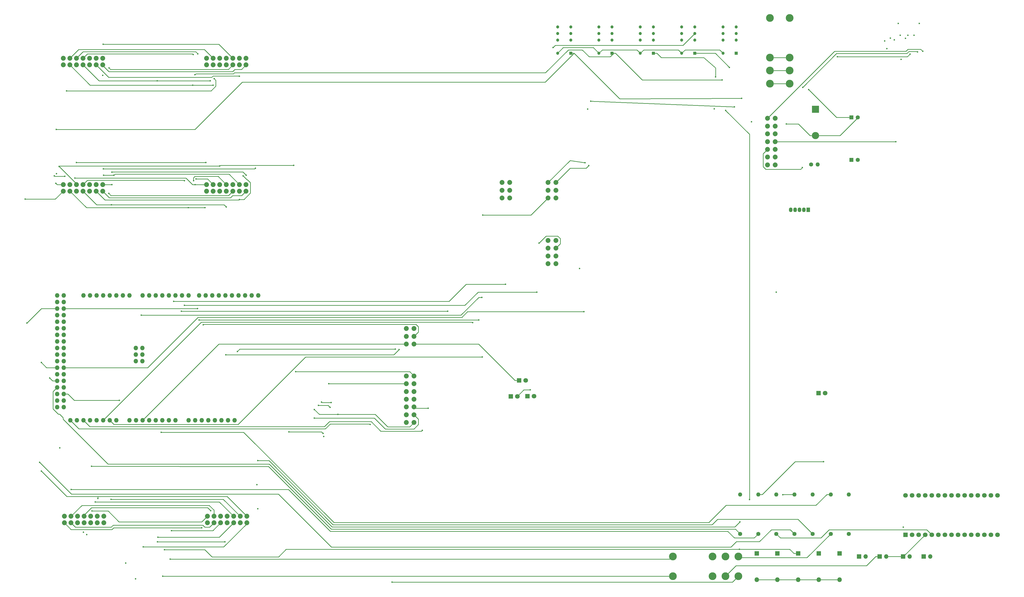
<source format=gbr>
G04 #@! TF.FileFunction,Copper,L3,Inr,Signal*
%FSLAX46Y46*%
G04 Gerber Fmt 4.6, Leading zero omitted, Abs format (unit mm)*
G04 Created by KiCad (PCBNEW 4.0.6) date 03/09/20 07:32:34*
%MOMM*%
%LPD*%
G01*
G04 APERTURE LIST*
%ADD10C,0.100000*%
%ADD11C,1.879600*%
%ADD12R,1.600000X1.600000*%
%ADD13C,1.600000*%
%ADD14R,1.800000X1.800000*%
%ADD15C,1.800000*%
%ADD16O,1.800000X1.800000*%
%ADD17R,2.800000X2.800000*%
%ADD18O,2.800000X2.800000*%
%ADD19R,1.200000X1.200000*%
%ADD20C,1.200000*%
%ADD21R,1.700000X1.700000*%
%ADD22O,1.700000X1.700000*%
%ADD23C,3.000000*%
%ADD24R,1.350000X1.800000*%
%ADD25O,1.350000X1.800000*%
%ADD26O,1.600000X1.600000*%
%ADD27O,1.727200X1.727200*%
%ADD28C,0.600000*%
%ADD29C,0.250000*%
G04 APERTURE END LIST*
D10*
D11*
X133400000Y-102400000D03*
X133400000Y-104940000D03*
X135940000Y-102400000D03*
X135940000Y-104940000D03*
X138480000Y-102400000D03*
X138480000Y-104940000D03*
X141020000Y-102400000D03*
X141020000Y-104940000D03*
X143560000Y-102400000D03*
X143560000Y-104940000D03*
X146100000Y-102400000D03*
X146100000Y-104940000D03*
X148640000Y-102400000D03*
X148640000Y-104940000D03*
X188800000Y-102400000D03*
X188800000Y-104940000D03*
X191340000Y-102400000D03*
X191340000Y-104940000D03*
X193880000Y-102400000D03*
X193880000Y-104940000D03*
X196420000Y-102400000D03*
X196420000Y-104940000D03*
X198960000Y-102400000D03*
X198960000Y-104940000D03*
X201500000Y-102400000D03*
X201500000Y-104940000D03*
X204040000Y-102400000D03*
X204040000Y-104940000D03*
X188800000Y-151200000D03*
X188800000Y-153740000D03*
X191340000Y-151200000D03*
X191340000Y-153740000D03*
X193880000Y-151200000D03*
X193880000Y-153740000D03*
X196420000Y-151200000D03*
X196420000Y-153740000D03*
X198960000Y-151200000D03*
X198960000Y-153740000D03*
X201500000Y-151200000D03*
X201500000Y-153740000D03*
X204040000Y-151200000D03*
X204040000Y-153740000D03*
X133400000Y-151200000D03*
X133400000Y-153740000D03*
X135940000Y-151200000D03*
X135940000Y-153740000D03*
X138480000Y-151200000D03*
X138480000Y-153740000D03*
X141020000Y-151200000D03*
X141020000Y-153740000D03*
X143560000Y-151200000D03*
X143560000Y-153740000D03*
X146100000Y-151200000D03*
X146100000Y-153740000D03*
X148640000Y-151200000D03*
X148640000Y-153740000D03*
X149100000Y-282000000D03*
X149100000Y-279460000D03*
X146560000Y-282000000D03*
X146560000Y-279460000D03*
X144020000Y-282000000D03*
X144020000Y-279460000D03*
X141480000Y-282000000D03*
X141480000Y-279460000D03*
X138940000Y-282000000D03*
X138940000Y-279460000D03*
X136400000Y-282000000D03*
X136400000Y-279460000D03*
X133860000Y-282000000D03*
X133860000Y-279460000D03*
X204343000Y-282000000D03*
X204343000Y-279460000D03*
X201803000Y-282000000D03*
X201803000Y-279460000D03*
X199263000Y-282000000D03*
X199263000Y-279460000D03*
X196723000Y-282000000D03*
X196723000Y-279460000D03*
X194183000Y-282000000D03*
X194183000Y-279460000D03*
X191643000Y-282000000D03*
X191643000Y-279460000D03*
X189103000Y-282000000D03*
X189103000Y-279460000D03*
D12*
X438000000Y-141707000D03*
D13*
X440500000Y-141707000D03*
D12*
X438000000Y-125273000D03*
D13*
X440500000Y-125273000D03*
D14*
X312852000Y-232995000D03*
D15*
X315392000Y-232995000D03*
D14*
X401444000Y-293832000D03*
D16*
X401444000Y-303992000D03*
D14*
X409444000Y-293832000D03*
D16*
X409444000Y-303992000D03*
D14*
X417444000Y-293832000D03*
D16*
X417444000Y-303992000D03*
D14*
X425444000Y-293832000D03*
D16*
X425444000Y-303992000D03*
D14*
X425298000Y-231800000D03*
D15*
X427838000Y-231800000D03*
D17*
X424155000Y-122072000D03*
D18*
X424155000Y-132232000D03*
D14*
X433444000Y-293832000D03*
D16*
X433444000Y-303992000D03*
D14*
X309601000Y-226924000D03*
D15*
X312141000Y-226924000D03*
D14*
X306350000Y-233071000D03*
D15*
X308890000Y-233071000D03*
D19*
X393540000Y-100450000D03*
D20*
X388460000Y-100450000D03*
X393540000Y-95370000D03*
X388460000Y-90290000D03*
X393540000Y-92830000D03*
X393540000Y-90290000D03*
X388460000Y-95370000D03*
X388460000Y-92830000D03*
D19*
X361540000Y-100450000D03*
D20*
X356460000Y-100450000D03*
X361540000Y-95370000D03*
X356460000Y-90290000D03*
X361540000Y-92830000D03*
X361540000Y-90290000D03*
X356460000Y-95370000D03*
X356460000Y-92830000D03*
D19*
X345540000Y-100450000D03*
D20*
X340460000Y-100450000D03*
X345540000Y-95370000D03*
X340460000Y-90290000D03*
X345540000Y-92830000D03*
X345540000Y-90290000D03*
X340460000Y-95370000D03*
X340460000Y-92830000D03*
D19*
X329540000Y-100450000D03*
D20*
X324460000Y-100450000D03*
X329540000Y-95370000D03*
X324460000Y-90290000D03*
X329540000Y-92830000D03*
X329540000Y-90290000D03*
X324460000Y-95370000D03*
X324460000Y-92830000D03*
D19*
X377540000Y-100450000D03*
D20*
X372460000Y-100450000D03*
X377540000Y-95370000D03*
X372460000Y-90290000D03*
X377540000Y-92830000D03*
X377540000Y-90290000D03*
X372460000Y-95370000D03*
X372460000Y-92830000D03*
D21*
X466000000Y-295000000D03*
D22*
X468540000Y-295000000D03*
D14*
X458927000Y-286588000D03*
D15*
X461467000Y-286588000D03*
X464007000Y-286588000D03*
X466547000Y-286588000D03*
X469087000Y-286588000D03*
X471627000Y-286588000D03*
X474167000Y-286588000D03*
X476707000Y-286588000D03*
X479247000Y-286588000D03*
X481787000Y-286588000D03*
X484327000Y-286588000D03*
X486867000Y-286588000D03*
X489407000Y-286588000D03*
X491947000Y-286588000D03*
X494487000Y-286588000D03*
X494487000Y-271348000D03*
X491947000Y-271348000D03*
X489407000Y-271348000D03*
X486867000Y-271348000D03*
X484327000Y-271348000D03*
X481787000Y-271348000D03*
X479247000Y-271348000D03*
X476707000Y-271348000D03*
X474167000Y-271348000D03*
X471627000Y-271348000D03*
X469087000Y-271348000D03*
X466547000Y-271348000D03*
X464007000Y-271348000D03*
X461467000Y-271348000D03*
X458927000Y-271348000D03*
D23*
X414198000Y-86842600D03*
X406578000Y-86842600D03*
X414198000Y-107162600D03*
X406578000Y-112162600D03*
X406578000Y-102162600D03*
X414198000Y-102162600D03*
X406578000Y-107162600D03*
X414198000Y-112162600D03*
D24*
X421361000Y-160934000D03*
D25*
X419661000Y-160934000D03*
X417961000Y-160934000D03*
X416261000Y-160934000D03*
X414561000Y-160934000D03*
D21*
X449000000Y-295000000D03*
D22*
X451540000Y-295000000D03*
D13*
X422453000Y-143408000D03*
D26*
X424993000Y-143408000D03*
D21*
X458000000Y-295000000D03*
D22*
X460540000Y-295000000D03*
D13*
X395039000Y-286236000D03*
D26*
X395039000Y-270996000D03*
D13*
X402039000Y-286236000D03*
D26*
X402039000Y-270996000D03*
D13*
X409039000Y-286236000D03*
D26*
X409039000Y-270996000D03*
D13*
X416039000Y-286236000D03*
D26*
X416039000Y-270996000D03*
D13*
X423039000Y-286236000D03*
D26*
X423039000Y-270996000D03*
D23*
X369000000Y-295000000D03*
X369000000Y-302620000D03*
X389320000Y-295000000D03*
X394320000Y-302620000D03*
X384320000Y-302620000D03*
X384320000Y-295000000D03*
X389320000Y-302620000D03*
X394320000Y-295000000D03*
D13*
X437039000Y-286236000D03*
D26*
X437039000Y-270996000D03*
D13*
X430039000Y-286236000D03*
D26*
X430039000Y-270996000D03*
D27*
X163932000Y-219456000D03*
X161392000Y-219456000D03*
X161392000Y-216916000D03*
X163932000Y-216916000D03*
X161392000Y-214376000D03*
X176759000Y-242316000D03*
X181839000Y-242316000D03*
X184379000Y-242316000D03*
X186919000Y-242316000D03*
X189459000Y-242316000D03*
X191999000Y-242316000D03*
X194539000Y-242316000D03*
X197079000Y-242316000D03*
X141199000Y-194056000D03*
X143739000Y-194056000D03*
X146279000Y-194056000D03*
X148819000Y-194056000D03*
X151359000Y-194056000D03*
X153899000Y-194056000D03*
X156439000Y-194056000D03*
X158979000Y-194056000D03*
X164059000Y-194056000D03*
X166599000Y-194056000D03*
X169139000Y-194056000D03*
X171679000Y-194056000D03*
X174219000Y-194056000D03*
X176759000Y-194056000D03*
X179299000Y-194056000D03*
X181839000Y-194056000D03*
X201143000Y-194056000D03*
X185903000Y-194056000D03*
X188443000Y-194056000D03*
X190983000Y-194056000D03*
X208763000Y-194056000D03*
X206223000Y-194056000D03*
X203683000Y-194056000D03*
X198603000Y-194056000D03*
X196063000Y-194056000D03*
X193523000Y-194056000D03*
X199619000Y-242316000D03*
X174219000Y-242316000D03*
X171679000Y-242316000D03*
X169139000Y-242316000D03*
X166599000Y-242316000D03*
X164059000Y-242316000D03*
X161519000Y-242316000D03*
X158979000Y-242316000D03*
X153899000Y-242316000D03*
X151359000Y-242316000D03*
X148819000Y-242316000D03*
X146279000Y-242316000D03*
X143739000Y-242316000D03*
X141199000Y-242316000D03*
X138659000Y-242316000D03*
X136119000Y-242316000D03*
X133579000Y-194056000D03*
X131039000Y-194056000D03*
X133579000Y-196596000D03*
X131039000Y-196596000D03*
X133579000Y-199136000D03*
X131039000Y-199136000D03*
X133579000Y-201676000D03*
X131039000Y-201676000D03*
X133579000Y-204216000D03*
X131039000Y-204216000D03*
X133579000Y-206756000D03*
X131039000Y-206756000D03*
X133579000Y-209296000D03*
X131039000Y-209296000D03*
X133579000Y-211836000D03*
X131039000Y-211836000D03*
X133579000Y-214376000D03*
X131039000Y-214376000D03*
X133579000Y-216916000D03*
X131039000Y-216916000D03*
X133579000Y-219456000D03*
X131039000Y-219456000D03*
X133579000Y-221996000D03*
X131039000Y-221996000D03*
X133579000Y-224536000D03*
X131039000Y-224536000D03*
X133579000Y-227076000D03*
X131039000Y-227076000D03*
X133579000Y-229616000D03*
X131039000Y-229616000D03*
X133579000Y-232156000D03*
X131039000Y-232156000D03*
X133579000Y-234696000D03*
X131039000Y-234696000D03*
X133579000Y-237236000D03*
X131039000Y-237236000D03*
X163932000Y-214376000D03*
D11*
X269000000Y-243200000D03*
X266002800Y-243200000D03*
X269000000Y-240202800D03*
X266002800Y-240202800D03*
X269000000Y-237205600D03*
X266002800Y-237205600D03*
X269000000Y-234208400D03*
X266002800Y-234208400D03*
X269000000Y-231211200D03*
X266002800Y-231211200D03*
X269000000Y-228214000D03*
X266002800Y-228214000D03*
X269000000Y-225216800D03*
X266002800Y-225216800D03*
X408600000Y-143600000D03*
X405602800Y-143600000D03*
X408600000Y-140602800D03*
X405602800Y-140602800D03*
X408600000Y-137605600D03*
X405602800Y-137605600D03*
X408600000Y-134608400D03*
X405602800Y-134608400D03*
X408600000Y-131611200D03*
X405602800Y-131611200D03*
X408600000Y-128614000D03*
X405602800Y-128614000D03*
X408600000Y-125616800D03*
X405602800Y-125616800D03*
X323800000Y-181800000D03*
X320802800Y-181800000D03*
X323800000Y-178802800D03*
X320802800Y-178802800D03*
X323800000Y-175805600D03*
X320802800Y-175805600D03*
X323800000Y-172808400D03*
X320802800Y-172808400D03*
X323800000Y-156400000D03*
X320802800Y-156400000D03*
X323800000Y-153402800D03*
X320802800Y-153402800D03*
X323800000Y-150405600D03*
X320802800Y-150405600D03*
X306000000Y-156400000D03*
X303002800Y-156400000D03*
X306000000Y-153402800D03*
X303002800Y-153402800D03*
X306000000Y-150405600D03*
X303002800Y-150405600D03*
X268986000Y-212877000D03*
X265988800Y-212877000D03*
X268986000Y-209879800D03*
X265988800Y-209879800D03*
X268986000Y-206882600D03*
X265988800Y-206882600D03*
D21*
X441000000Y-295000000D03*
D22*
X443540000Y-295000000D03*
D28*
X421554600Y-114519200D03*
X458107200Y-283638800D03*
X385038600Y-121958100D03*
X394904800Y-281656500D03*
X388090900Y-110775700D03*
X184306100Y-108756400D03*
X128191300Y-225985400D03*
X132054600Y-253022100D03*
X394779600Y-292206700D03*
X398627600Y-272948400D03*
X389445500Y-122516900D03*
X385546600Y-109550200D03*
X172564100Y-292375400D03*
X395588000Y-117846900D03*
X124933400Y-220001600D03*
X130704100Y-129919200D03*
X427288900Y-258312000D03*
X390904600Y-105921000D03*
X334695000Y-200344200D03*
X411497200Y-271120300D03*
X392803200Y-121155200D03*
X337288300Y-118996200D03*
X399434600Y-126926500D03*
X313905000Y-230607000D03*
X336130900Y-122021600D03*
X130532000Y-150692300D03*
X164312200Y-291310400D03*
X239585600Y-240084900D03*
X230463100Y-238147300D03*
X184377300Y-151200000D03*
X137882900Y-148664400D03*
X146781000Y-272576300D03*
X191706100Y-110256700D03*
X124933400Y-261977100D03*
X118665400Y-156853500D03*
X134685600Y-114955700D03*
X169824400Y-289344100D03*
X195871500Y-289347600D03*
X184740100Y-149035600D03*
X130814600Y-146998900D03*
X142447800Y-286560600D03*
X230417300Y-241477800D03*
X208264800Y-267194800D03*
X151823500Y-272865100D03*
X183455800Y-112773700D03*
X191287200Y-112773700D03*
X188225800Y-160146600D03*
X181733500Y-160146600D03*
X170014900Y-287541300D03*
X157568900Y-297497500D03*
X131834200Y-144243000D03*
X193880000Y-144072000D03*
X185376200Y-100647400D03*
X222516100Y-143794700D03*
X274454500Y-237656400D03*
X208617200Y-276526300D03*
X145735200Y-273890400D03*
X129899000Y-147875400D03*
X133963900Y-147987000D03*
X138480000Y-142708700D03*
X188483800Y-142708700D03*
X236536500Y-237358900D03*
X232027900Y-236550000D03*
X161366200Y-303631600D03*
X183618800Y-100902600D03*
X233831000Y-247396200D03*
X220653800Y-246820000D03*
X183754400Y-149747600D03*
X180255900Y-149718200D03*
X190368400Y-277272700D03*
X196420000Y-159846200D03*
X190247300Y-111112700D03*
X236992600Y-235500100D03*
X233253400Y-235336600D03*
X152013300Y-158995900D03*
X169769500Y-111112700D03*
X141185900Y-285572200D03*
X263164700Y-214975300D03*
X196246500Y-217005000D03*
X148832500Y-96999500D03*
X207677900Y-144882700D03*
X175209200Y-284988000D03*
X148922700Y-145146800D03*
X151005200Y-154654500D03*
X151067500Y-106134000D03*
X200681000Y-215709400D03*
X261746500Y-214791200D03*
X148949900Y-147610900D03*
X152988800Y-147610900D03*
X201500000Y-156953900D03*
X202914900Y-147851800D03*
X201500000Y-109289300D03*
X236037500Y-228214000D03*
X204134800Y-147582000D03*
X186935700Y-283910000D03*
X223209100Y-223548600D03*
X152218200Y-151200000D03*
X152218200Y-146443000D03*
X144469800Y-277414300D03*
X148640000Y-108970900D03*
X450923500Y-95666700D03*
X451760400Y-98662000D03*
X453126600Y-94626000D03*
X454639900Y-95277100D03*
X456905500Y-93475300D03*
X419111700Y-144633400D03*
X457269800Y-102839300D03*
X459867400Y-93472700D03*
X455207300Y-134608400D03*
X458971500Y-94650700D03*
X456173300Y-88882900D03*
X432579400Y-101801000D03*
X460692200Y-100750000D03*
X462247700Y-93470600D03*
X419202200Y-113644700D03*
X463605900Y-99921500D03*
X464253600Y-88884200D03*
X465634000Y-99711100D03*
X294047300Y-203516800D03*
X185903900Y-203576700D03*
X252027300Y-243941800D03*
X295198000Y-194803400D03*
X163550500Y-201689700D03*
X272186000Y-246250200D03*
X304364500Y-189773200D03*
X176045600Y-196381400D03*
X282015700Y-200161400D03*
X179061400Y-200161400D03*
X291610000Y-204549500D03*
X295559500Y-163006900D03*
X295391500Y-217855400D03*
X316478600Y-192765900D03*
X180225300Y-197920600D03*
X336537300Y-143840200D03*
X335049900Y-142753600D03*
X332938400Y-183679600D03*
X322744000Y-98274400D03*
X317342600Y-173829700D03*
X185328000Y-199136000D03*
X208588100Y-257932400D03*
X119347100Y-204736700D03*
X124267500Y-258605300D03*
X144354550Y-260153150D03*
X136449300Y-269070100D03*
X412856800Y-127743700D03*
X409038300Y-192777100D03*
X187520700Y-205396900D03*
X234054900Y-248624900D03*
X260495600Y-304864700D03*
X174759000Y-295981900D03*
X155100600Y-234597400D03*
X171886400Y-302620000D03*
X171236600Y-246953600D03*
D29*
X443890700Y-298534000D02*
X447424700Y-295000000D01*
X393406000Y-298534000D02*
X443890700Y-298534000D01*
X389320000Y-302620000D02*
X393406000Y-298534000D01*
X449000000Y-295000000D02*
X447424700Y-295000000D01*
X406578000Y-107162600D02*
X414198000Y-107162600D01*
X432308400Y-125273000D02*
X421554600Y-114519200D01*
X438000000Y-125273000D02*
X432308400Y-125273000D01*
X315392000Y-232995000D02*
X315683100Y-232995000D01*
X392991600Y-283569700D02*
X394904800Y-281656500D01*
X237314300Y-283569700D02*
X392991600Y-283569700D01*
X212977700Y-259233100D02*
X237314300Y-283569700D01*
X150720200Y-259233100D02*
X212977700Y-259233100D01*
X133364400Y-241877300D02*
X150720200Y-259233100D01*
X133364400Y-241346900D02*
X133364400Y-241877300D01*
X131962000Y-239944500D02*
X133364400Y-241346900D01*
X131434100Y-239944500D02*
X131962000Y-239944500D01*
X129423700Y-237934100D02*
X131434100Y-239944500D01*
X129423700Y-231231300D02*
X129423700Y-237934100D01*
X131039000Y-229616000D02*
X129423700Y-231231300D01*
X357191000Y-110775700D02*
X346865300Y-100450000D01*
X388090900Y-110775700D02*
X357191000Y-110775700D01*
X345540000Y-100450000D02*
X346202700Y-100450000D01*
X346202700Y-100450000D02*
X346865300Y-100450000D01*
X129281900Y-227076000D02*
X128191300Y-225985400D01*
X131039000Y-227076000D02*
X129281900Y-227076000D01*
X184681400Y-108381100D02*
X184306100Y-108756400D01*
X199163800Y-108381100D02*
X184681400Y-108381100D01*
X199558000Y-107986900D02*
X199163800Y-108381100D01*
X319777400Y-107986900D02*
X199558000Y-107986900D01*
X328639600Y-99124700D02*
X319777400Y-107986900D01*
X334001600Y-99124700D02*
X328639600Y-99124700D01*
X336672100Y-101795200D02*
X334001600Y-99124700D01*
X344857500Y-101795200D02*
X336672100Y-101795200D01*
X346202700Y-100450000D02*
X344857500Y-101795200D01*
X389445500Y-122516900D02*
X389445500Y-122593100D01*
X398627600Y-131775200D02*
X398627600Y-272948400D01*
X389445500Y-122593100D02*
X398627600Y-131775200D01*
X385506308Y-106116583D02*
X385506308Y-109509908D01*
X385506308Y-109509908D02*
X385546600Y-109550200D01*
X362865300Y-100450000D02*
X364542900Y-102127600D01*
X364542900Y-102127600D02*
X380934200Y-102127600D01*
X380934200Y-102127600D02*
X385506308Y-106116583D01*
X361540000Y-100450000D02*
X362865300Y-100450000D01*
X417444000Y-293832000D02*
X415818700Y-293832000D01*
X414193400Y-292206700D02*
X394779600Y-292206700D01*
X415818700Y-293832000D02*
X414193400Y-292206700D01*
X219519900Y-292206700D02*
X394779600Y-292206700D01*
X172564100Y-292375400D02*
X188137800Y-292375400D01*
X188137800Y-292375400D02*
X190894000Y-295131600D01*
X190894000Y-295131600D02*
X216595000Y-295131600D01*
X216595000Y-295131600D02*
X219519900Y-292206700D01*
X329540000Y-100450000D02*
X330865300Y-100450000D01*
X348427300Y-118012000D02*
X395588000Y-117846900D01*
X330865300Y-100450000D02*
X348427300Y-118012000D01*
X319701400Y-111613900D02*
X330865300Y-100450000D01*
X202579100Y-111613900D02*
X319701400Y-111613900D01*
X184273800Y-129919200D02*
X202579100Y-111613900D01*
X130704100Y-129919200D02*
X184273800Y-129919200D01*
X126927800Y-221996000D02*
X124933400Y-220001600D01*
X131039000Y-221996000D02*
X126927800Y-221996000D01*
X416248300Y-258312000D02*
X427288900Y-258312000D01*
X403564300Y-270996000D02*
X416248300Y-258312000D01*
X402039000Y-270996000D02*
X403564300Y-270996000D01*
X385433600Y-100450000D02*
X390904600Y-105921000D01*
X377540000Y-100450000D02*
X385433600Y-100450000D01*
X289657200Y-200344200D02*
X334695000Y-200344200D01*
X287461400Y-202540000D02*
X289657200Y-200344200D01*
X185487100Y-202540000D02*
X287461400Y-202540000D01*
X166031100Y-221996000D02*
X185487100Y-202540000D01*
X133579000Y-221996000D02*
X166031100Y-221996000D01*
X411621500Y-270996000D02*
X411497200Y-271120300D01*
X416039000Y-270996000D02*
X411621500Y-270996000D01*
X392803200Y-121155200D02*
X337288300Y-118996200D01*
X311354000Y-230607000D02*
X313905000Y-230607000D01*
X308890000Y-233071000D02*
X311354000Y-230607000D01*
X131039700Y-151200000D02*
X130532000Y-150692300D01*
X133400000Y-151200000D02*
X131039700Y-151200000D01*
X188800000Y-151200000D02*
X184377300Y-151200000D01*
X180829400Y-148664400D02*
X137882900Y-148664400D01*
X183365000Y-151200000D02*
X180829400Y-148664400D01*
X184377300Y-151200000D02*
X183365000Y-151200000D01*
X195415000Y-291310400D02*
X164312200Y-291310400D01*
X204343000Y-282382400D02*
X195415000Y-291310400D01*
X204343000Y-282000000D02*
X204343000Y-282382400D01*
X232400700Y-240084900D02*
X239585600Y-240084900D01*
X230463100Y-238147300D02*
X232400700Y-240084900D01*
X254006700Y-240084900D02*
X239585600Y-240084900D01*
X258810400Y-244888600D02*
X254006700Y-240084900D01*
X267311400Y-244888600D02*
X258810400Y-244888600D01*
X269000000Y-243200000D02*
X267311400Y-244888600D01*
X130286500Y-156853500D02*
X133400000Y-153740000D01*
X118665400Y-156853500D02*
X130286500Y-156853500D01*
X146781000Y-271834300D02*
X146781000Y-272576300D01*
X134790600Y-271834300D02*
X124933400Y-261977100D01*
X146781000Y-271834300D02*
X134790600Y-271834300D01*
X192358700Y-110909300D02*
X191706100Y-110256700D01*
X192358700Y-113163600D02*
X192358700Y-110909300D01*
X190566600Y-114955700D02*
X192358700Y-113163600D01*
X134685600Y-114955700D02*
X190566600Y-114955700D01*
X196717300Y-271834300D02*
X204343000Y-279460000D01*
X146781000Y-271834300D02*
X196717300Y-271834300D01*
X171411900Y-289347600D02*
X169827900Y-289347600D01*
X169827900Y-289347600D02*
X169824400Y-289344100D01*
X195871500Y-289347600D02*
X171411900Y-289347600D01*
X139329200Y-99010800D02*
X135940000Y-102400000D01*
X187950800Y-99010800D02*
X139329200Y-99010800D01*
X191340000Y-102400000D02*
X187950800Y-99010800D01*
X189175600Y-149035600D02*
X184740100Y-149035600D01*
X191340000Y-151200000D02*
X189175600Y-149035600D01*
X253631800Y-241477800D02*
X230417300Y-241477800D01*
X257893000Y-245739000D02*
X253631800Y-241477800D01*
X268923000Y-245739000D02*
X257893000Y-245739000D01*
X270693700Y-243968300D02*
X268923000Y-245739000D01*
X270693700Y-241896500D02*
X270693700Y-243968300D01*
X269000000Y-240202800D02*
X270693700Y-241896500D01*
X195208100Y-272865100D02*
X201803000Y-279460000D01*
X151823500Y-272865100D02*
X195208100Y-272865100D01*
X191287200Y-112773700D02*
X183455800Y-112773700D01*
X143773700Y-112773700D02*
X183455800Y-112773700D01*
X135940000Y-104940000D02*
X143773700Y-112773700D01*
X142346600Y-160146600D02*
X181733500Y-160146600D01*
X135940000Y-153740000D02*
X142346600Y-160146600D01*
X181733500Y-160146600D02*
X188225800Y-160146600D01*
X138480000Y-150888800D02*
X131834200Y-144243000D01*
X138480000Y-151200000D02*
X138480000Y-150888800D01*
X141018900Y-99861100D02*
X138480000Y-102400000D01*
X184589900Y-99861100D02*
X141018900Y-99861100D01*
X185376200Y-100647400D02*
X184589900Y-99861100D01*
X132005200Y-144072000D02*
X193880000Y-144072000D01*
X131834200Y-144243000D02*
X132005200Y-144072000D01*
X194157300Y-143794700D02*
X222516100Y-143794700D01*
X193880000Y-144072000D02*
X194157300Y-143794700D01*
X193721700Y-287541300D02*
X170014900Y-287541300D01*
X199263000Y-282000000D02*
X193721700Y-287541300D01*
X269450800Y-237656400D02*
X269000000Y-237205600D01*
X274454500Y-237656400D02*
X269450800Y-237656400D01*
X193693400Y-273890400D02*
X199263000Y-279460000D01*
X145735200Y-273890400D02*
X193693400Y-273890400D01*
X130047800Y-148024200D02*
X129899000Y-147875400D01*
X133926700Y-148024200D02*
X130047800Y-148024200D01*
X133963900Y-147987000D02*
X133926700Y-148024200D01*
X188483800Y-142708700D02*
X138480000Y-142708700D01*
X235727600Y-236550000D02*
X236536500Y-237358900D01*
X232027900Y-236550000D02*
X235727600Y-236550000D01*
X142708600Y-100711400D02*
X141020000Y-102400000D01*
X183427600Y-100711400D02*
X142708600Y-100711400D01*
X183618800Y-100902600D02*
X183427600Y-100711400D01*
X183714800Y-149708000D02*
X183754400Y-149747600D01*
X183714800Y-148610900D02*
X183714800Y-149708000D01*
X184315400Y-148010300D02*
X183714800Y-148610900D01*
X193230300Y-148010300D02*
X184315400Y-148010300D01*
X196420000Y-151200000D02*
X193230300Y-148010300D01*
X180052400Y-149514700D02*
X180255900Y-149718200D01*
X142705300Y-149514700D02*
X180052400Y-149514700D01*
X141020000Y-151200000D02*
X142705300Y-149514700D01*
X233254800Y-246820000D02*
X233831000Y-247396200D01*
X220653800Y-246820000D02*
X233254800Y-246820000D01*
X189232100Y-276136400D02*
X190368400Y-277272700D01*
X144297700Y-276136400D02*
X189232100Y-276136400D01*
X141480000Y-278954100D02*
X144297700Y-276136400D01*
X141480000Y-279460000D02*
X141480000Y-278954100D01*
X195569700Y-158995900D02*
X152013300Y-158995900D01*
X196420000Y-159846200D02*
X195569700Y-158995900D01*
X146275900Y-158995900D02*
X141020000Y-153740000D01*
X152013300Y-158995900D02*
X146275900Y-158995900D01*
X147192700Y-111112700D02*
X169769500Y-111112700D01*
X141020000Y-104940000D02*
X147192700Y-111112700D01*
X169769500Y-111112700D02*
X190247300Y-111112700D01*
X233416900Y-235500100D02*
X233253400Y-235336600D01*
X236992600Y-235500100D02*
X233416900Y-235500100D01*
X263164700Y-214975300D02*
X261135000Y-217005000D01*
X261135000Y-217005000D02*
X196246500Y-217005000D01*
X193559500Y-96999500D02*
X198960000Y-102400000D01*
X148832500Y-96999500D02*
X193559500Y-96999500D01*
X191198900Y-284984100D02*
X175209200Y-284988000D01*
X194183000Y-282000000D02*
X191198900Y-284984100D01*
X207413800Y-145146800D02*
X207677900Y-144882700D01*
X148922700Y-145146800D02*
X207413800Y-145146800D01*
X151783600Y-155432900D02*
X151005200Y-154654500D01*
X197267100Y-155432900D02*
X151783600Y-155432900D01*
X198960000Y-153740000D02*
X197267100Y-155432900D01*
X151591600Y-106658100D02*
X151067500Y-106134000D01*
X197241900Y-106658100D02*
X151591600Y-106658100D01*
X198960000Y-104940000D02*
X197241900Y-106658100D01*
X138065200Y-283665200D02*
X136400000Y-282000000D01*
X151904800Y-283665200D02*
X138065200Y-283665200D01*
X152685300Y-282884700D02*
X151904800Y-283665200D01*
X187360500Y-282884700D02*
X152685300Y-282884700D01*
X188141000Y-283665200D02*
X187360500Y-282884700D01*
X189977800Y-283665200D02*
X188141000Y-283665200D01*
X191643000Y-282000000D02*
X189977800Y-283665200D01*
X201599200Y-214791200D02*
X261746500Y-214791200D01*
X200681000Y-215709400D02*
X201599200Y-214791200D01*
X152988800Y-147610900D02*
X148949900Y-147610900D01*
X153439700Y-147160000D02*
X152988800Y-147610900D01*
X197460000Y-147160000D02*
X153439700Y-147160000D01*
X201500000Y-151200000D02*
X197460000Y-147160000D01*
X191643000Y-277070300D02*
X191643000Y-279460000D01*
X189822000Y-275249300D02*
X191643000Y-277070300D01*
X140610700Y-275249300D02*
X189822000Y-275249300D01*
X136400000Y-279460000D02*
X140610700Y-275249300D01*
X201320400Y-157133500D02*
X201500000Y-156953900D01*
X149493500Y-157133500D02*
X201320400Y-157133500D01*
X146100000Y-153740000D02*
X149493500Y-157133500D01*
X204434900Y-149371800D02*
X202914900Y-147851800D01*
X204625100Y-149371800D02*
X204434900Y-149371800D01*
X205739100Y-150485800D02*
X204625100Y-149371800D01*
X205739100Y-154468600D02*
X205739100Y-150485800D01*
X203253800Y-156953900D02*
X205739100Y-154468600D01*
X201500000Y-156953900D02*
X203253800Y-156953900D01*
X266002800Y-228214000D02*
X236037500Y-228214000D01*
X150941700Y-109781700D02*
X146100000Y-104940000D01*
X190731100Y-109781700D02*
X150941700Y-109781700D01*
X191281400Y-109231400D02*
X190731100Y-109781700D01*
X201442100Y-109231400D02*
X191281400Y-109231400D01*
X201500000Y-109289300D02*
X201442100Y-109231400D01*
X267331800Y-223548600D02*
X269000000Y-225216800D01*
X223209100Y-223548600D02*
X267331800Y-223548600D01*
X136407100Y-284547100D02*
X133860000Y-282000000D01*
X152225500Y-284547100D02*
X136407100Y-284547100D01*
X152863200Y-283909400D02*
X152225500Y-284547100D01*
X186935100Y-283909400D02*
X152863200Y-283909400D01*
X186935700Y-283910000D02*
X186935100Y-283909400D01*
X148640000Y-151200000D02*
X152218200Y-151200000D01*
X152351500Y-146309700D02*
X152218200Y-146443000D01*
X202862500Y-146309700D02*
X152351500Y-146309700D01*
X204134800Y-147582000D02*
X202862500Y-146309700D01*
X150730700Y-277414300D02*
X144469800Y-277414300D01*
X154942800Y-281626400D02*
X150730700Y-277414300D01*
X186936600Y-281626400D02*
X154942800Y-281626400D01*
X189103000Y-279460000D02*
X186936600Y-281626400D01*
X202347100Y-155432900D02*
X204040000Y-153740000D01*
X198862700Y-155432900D02*
X202347100Y-155432900D01*
X198012400Y-156283200D02*
X198862700Y-155432900D01*
X151183200Y-156283200D02*
X198012400Y-156283200D01*
X148640000Y-153740000D02*
X151183200Y-156283200D01*
X202321900Y-106658100D02*
X204040000Y-104940000D01*
X199684200Y-106658100D02*
X202321900Y-106658100D01*
X198833900Y-107508400D02*
X199684200Y-106658100D01*
X150991900Y-107508400D02*
X198833900Y-107508400D01*
X148640000Y-105156500D02*
X150991900Y-107508400D01*
X148640000Y-104940000D02*
X148640000Y-105156500D01*
X418449000Y-145296100D02*
X419111700Y-144633400D01*
X404917200Y-145296100D02*
X418449000Y-145296100D01*
X403923600Y-144302500D02*
X404917200Y-145296100D01*
X403923600Y-139284800D02*
X403923600Y-144302500D01*
X405602800Y-137605600D02*
X403923600Y-139284800D01*
X455207300Y-134608400D02*
X408600000Y-134608400D01*
X459641200Y-101801000D02*
X460692200Y-100750000D01*
X432579400Y-101801000D02*
X459641200Y-101801000D01*
X463409100Y-99724700D02*
X463605900Y-99921500D01*
X460267600Y-99724700D02*
X463409100Y-99724700D01*
X459454600Y-100537700D02*
X460267600Y-99724700D01*
X432309200Y-100537700D02*
X459454600Y-100537700D01*
X419202200Y-113644700D02*
X432309200Y-100537700D01*
X431532200Y-99687400D02*
X405602800Y-125616800D01*
X459102200Y-99687400D02*
X431532200Y-99687400D01*
X459915200Y-98874400D02*
X459102200Y-99687400D01*
X464797300Y-98874400D02*
X459915200Y-98874400D01*
X465634000Y-99711100D02*
X464797300Y-98874400D01*
X414198000Y-112162600D02*
X406578000Y-112162600D01*
X185963800Y-203516800D02*
X294047300Y-203516800D01*
X185903900Y-203576700D02*
X185963800Y-203516800D01*
X251826800Y-243741300D02*
X252027300Y-243941800D01*
X236603000Y-243741300D02*
X251826800Y-243741300D01*
X234693000Y-245651300D02*
X236603000Y-243741300D01*
X139454300Y-245651300D02*
X234693000Y-245651300D01*
X136119000Y-242316000D02*
X139454300Y-245651300D01*
X287109100Y-201689700D02*
X163550500Y-201689700D01*
X293995400Y-194803400D02*
X287109100Y-201689700D01*
X295198000Y-194803400D02*
X293995400Y-194803400D01*
X271846900Y-246589300D02*
X272186000Y-246250200D01*
X256124800Y-246589300D02*
X271846900Y-246589300D01*
X252409700Y-242874200D02*
X256124800Y-246589300D01*
X236267500Y-242874200D02*
X252409700Y-242874200D01*
X234346700Y-244795000D02*
X236267500Y-242874200D01*
X143678000Y-244795000D02*
X234346700Y-244795000D01*
X141199000Y-242316000D02*
X143678000Y-244795000D01*
X282501800Y-196381400D02*
X176045600Y-196381400D01*
X289110000Y-189773200D02*
X282501800Y-196381400D01*
X304364500Y-189773200D02*
X289110000Y-189773200D01*
X179061400Y-200161400D02*
X282015700Y-200161400D01*
X314195900Y-163006900D02*
X320802800Y-156400000D01*
X295559500Y-163006900D02*
X314195900Y-163006900D01*
X291427600Y-204367100D02*
X291610000Y-204549500D01*
X186780900Y-204367100D02*
X291427600Y-204367100D01*
X148832000Y-242316000D02*
X186780900Y-204367100D01*
X148819000Y-242316000D02*
X148832000Y-242316000D01*
X152972900Y-243929900D02*
X151359000Y-242316000D01*
X201010400Y-243929900D02*
X152972900Y-243929900D01*
X227084900Y-217855400D02*
X201010400Y-243929900D01*
X295391500Y-217855400D02*
X227084900Y-217855400D01*
X293783300Y-192765900D02*
X316478600Y-192765900D01*
X288628600Y-197920600D02*
X293783300Y-192765900D01*
X180225300Y-197920600D02*
X288628600Y-197920600D01*
X335280000Y-144882700D02*
X335494800Y-144882700D01*
X335494800Y-144882700D02*
X336537300Y-143840200D01*
X329322900Y-144882700D02*
X335280000Y-144882700D01*
X323800000Y-150405600D02*
X329322900Y-144882700D01*
X329318400Y-141890000D02*
X335049900Y-142753600D01*
X320802800Y-150405600D02*
X329318400Y-141890000D01*
X323594300Y-97424100D02*
X322744000Y-98274400D01*
X372945900Y-97424100D02*
X323594300Y-97424100D01*
X377540000Y-92830000D02*
X372945900Y-97424100D01*
X320029100Y-171143200D02*
X317342600Y-173829700D01*
X324533800Y-171143200D02*
X320029100Y-171143200D01*
X325480800Y-172090200D02*
X324533800Y-171143200D01*
X325480800Y-174124800D02*
X325480800Y-172090200D01*
X323800000Y-175805600D02*
X325480800Y-174124800D01*
X414198000Y-102162600D02*
X406578000Y-102162600D01*
X417410200Y-280607200D02*
X423039000Y-286236000D01*
X386338200Y-280607200D02*
X417410200Y-280607200D01*
X384226000Y-282719400D02*
X386338200Y-280607200D01*
X237666600Y-282719400D02*
X384226000Y-282719400D01*
X212879600Y-257932400D02*
X237666600Y-282719400D01*
X208588100Y-257932400D02*
X212879600Y-257932400D01*
X133579000Y-199136000D02*
X185328000Y-199136000D01*
X124947800Y-199136000D02*
X119347100Y-204736700D01*
X131039000Y-199136000D02*
X124947800Y-199136000D01*
X414447300Y-284644300D02*
X416039000Y-286236000D01*
X407128700Y-284644300D02*
X414447300Y-284644300D01*
X402514200Y-289258800D02*
X407128700Y-284644300D01*
X393585900Y-289258800D02*
X402514200Y-289258800D01*
X391488400Y-291356300D02*
X393585900Y-289258800D01*
X237042700Y-291356300D02*
X391488400Y-291356300D01*
X216535400Y-270849000D02*
X237042700Y-291356300D01*
X136511200Y-270849000D02*
X216535400Y-270849000D01*
X124267500Y-258605300D02*
X136511200Y-270849000D01*
X217437650Y-264895650D02*
X217437650Y-264895134D01*
X217437650Y-264895134D02*
X212765516Y-260223000D01*
X212765516Y-260223000D02*
X144354550Y-260153150D01*
X393223000Y-284420000D02*
X395039000Y-286236000D01*
X236962000Y-284420000D02*
X393223000Y-284420000D01*
X217437650Y-264895650D02*
X236962000Y-284420000D01*
X400444900Y-287830100D02*
X402039000Y-286236000D01*
X392789200Y-287830100D02*
X400444900Y-287830100D01*
X390229400Y-285270300D02*
X392789200Y-287830100D01*
X236609700Y-285270300D02*
X390229400Y-285270300D01*
X220409500Y-269070100D02*
X236609700Y-285270300D01*
X136449300Y-269070100D02*
X220409500Y-269070100D01*
X467169300Y-284670300D02*
X469087000Y-286588000D01*
X429404500Y-284670300D02*
X467169300Y-284670300D01*
X426300700Y-287774100D02*
X429404500Y-284670300D01*
X410577100Y-287774100D02*
X426300700Y-287774100D01*
X409039000Y-286236000D02*
X410577100Y-287774100D01*
X458135000Y-295000000D02*
X458000000Y-295000000D01*
X466547000Y-286588000D02*
X458135000Y-295000000D01*
X458000000Y-295000000D02*
X451540000Y-295000000D01*
X355134700Y-99124700D02*
X356460000Y-100450000D01*
X341785300Y-99124700D02*
X355134700Y-99124700D01*
X340460000Y-100450000D02*
X341785300Y-99124700D01*
X357785200Y-99124800D02*
X356460000Y-100450000D01*
X357785200Y-99124700D02*
X357785200Y-99124800D01*
X371134700Y-99124700D02*
X357785200Y-99124700D01*
X372460000Y-100450000D02*
X371134700Y-99124700D01*
X387134600Y-99124600D02*
X388460000Y-100450000D01*
X373785400Y-99124600D02*
X387134600Y-99124600D01*
X372460000Y-100450000D02*
X373785400Y-99124600D01*
X417541400Y-127743700D02*
X422029700Y-132232000D01*
X412856800Y-127743700D02*
X417541400Y-127743700D01*
X423092400Y-132232000D02*
X422029700Y-132232000D01*
X423092400Y-132232000D02*
X424155000Y-132232000D01*
X440500000Y-125399100D02*
X440500000Y-125273000D01*
X433667100Y-132232000D02*
X440500000Y-125399100D01*
X424155000Y-132232000D02*
X433667100Y-132232000D01*
X433444000Y-303992000D02*
X425444000Y-303992000D01*
X425444000Y-303992000D02*
X417444000Y-303992000D01*
X417444000Y-303992000D02*
X409444000Y-303992000D01*
X409444000Y-303992000D02*
X401444000Y-303992000D01*
X309601000Y-226924000D02*
X307975700Y-226924000D01*
X293928700Y-212877000D02*
X268986000Y-212877000D01*
X307975700Y-226924000D02*
X293928700Y-212877000D01*
X326635600Y-98274400D02*
X324460000Y-100450000D01*
X338284400Y-98274400D02*
X326635600Y-98274400D01*
X340460000Y-100450000D02*
X338284400Y-98274400D01*
X193498000Y-212877000D02*
X265988800Y-212877000D01*
X164059000Y-242316000D02*
X193498000Y-212877000D01*
X187700200Y-205217400D02*
X187520700Y-205396900D01*
X269714600Y-205217400D02*
X187700200Y-205217400D01*
X270651200Y-206154000D02*
X269714600Y-205217400D01*
X270651200Y-208214600D02*
X270651200Y-206154000D01*
X268986000Y-209879800D02*
X270651200Y-208214600D01*
X394779400Y-295459400D02*
X394320000Y-295000000D01*
X420815600Y-295459400D02*
X394779400Y-295459400D01*
X430039000Y-286236000D02*
X420815600Y-295459400D01*
X392075300Y-304864700D02*
X394320000Y-302620000D01*
X260495600Y-304864700D02*
X392075300Y-304864700D01*
X137609300Y-234597400D02*
X135167900Y-232156000D01*
X155100600Y-234597400D02*
X137609300Y-234597400D01*
X133579000Y-232156000D02*
X135167900Y-232156000D01*
X368018100Y-295981900D02*
X369000000Y-295000000D01*
X174759000Y-295981900D02*
X368018100Y-295981900D01*
X369000000Y-302620000D02*
X171886400Y-302620000D01*
X430039000Y-270996000D02*
X428513700Y-270996000D01*
X424360500Y-275149200D02*
X428513700Y-270996000D01*
X389611700Y-275149200D02*
X424360500Y-275149200D01*
X382891800Y-281869100D02*
X389611700Y-275149200D01*
X238018900Y-281869100D02*
X382891800Y-281869100D01*
X203103400Y-246953600D02*
X238018900Y-281869100D01*
X171236600Y-246953600D02*
X203103400Y-246953600D01*
M02*

</source>
